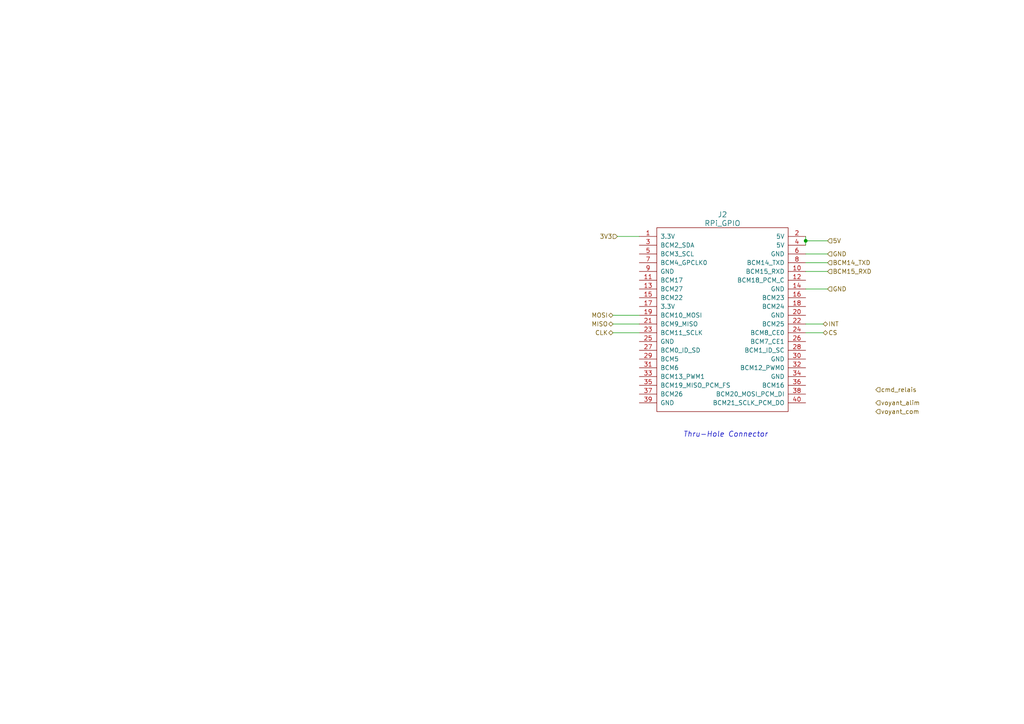
<source format=kicad_sch>
(kicad_sch (version 20211123) (generator eeschema)
  (paper "A4")
  (lib_symbols
    (symbol "RPi_Hat:RPi_GPIO" (pin_names (offset 1.016))
      (property "Reference" "J" (at 19.05 6.35 0))
      (property "Value" "RPi_GPIO" (at 19.05 3.81 0))
      (symbol "RPi_GPIO_0_1"
        (rectangle (start 0 2.54) (end 38.1 -50.8))
      )
      (symbol "RPi_GPIO_1_1"
        (pin power_in line (at -5.08 0 0) (length 5.08) (name "3.3V") (number "1"))
        (pin bidirectional line (at 43.18 -10.16 180) (length 5.08) (name "BCM15_RXD") (number "10"))
        (pin bidirectional line (at -5.08 -12.7 0) (length 5.08) (name "BCM17") (number "11"))
        (pin bidirectional line (at 43.18 -12.7 180) (length 5.08) (name "BCM18_PCM_C") (number "12"))
        (pin bidirectional line (at -5.08 -15.24 0) (length 5.08) (name "BCM27") (number "13"))
        (pin power_in line (at 43.18 -15.24 180) (length 5.08) (name "GND") (number "14"))
        (pin bidirectional line (at -5.08 -17.78 0) (length 5.08) (name "BCM22") (number "15"))
        (pin bidirectional line (at 43.18 -17.78 180) (length 5.08) (name "BCM23") (number "16"))
        (pin power_in line (at -5.08 -20.32 0) (length 5.08) (name "3.3V") (number "17"))
        (pin bidirectional line (at 43.18 -20.32 180) (length 5.08) (name "BCM24") (number "18"))
        (pin bidirectional line (at -5.08 -22.86 0) (length 5.08) (name "BCM10_MOSI") (number "19"))
        (pin power_in line (at 43.18 0 180) (length 5.08) (name "5V") (number "2"))
        (pin power_in line (at 43.18 -22.86 180) (length 5.08) (name "GND") (number "20"))
        (pin bidirectional line (at -5.08 -25.4 0) (length 5.08) (name "BCM9_MISO") (number "21"))
        (pin bidirectional line (at 43.18 -25.4 180) (length 5.08) (name "BCM25") (number "22"))
        (pin bidirectional line (at -5.08 -27.94 0) (length 5.08) (name "BCM11_SCLK") (number "23"))
        (pin bidirectional line (at 43.18 -27.94 180) (length 5.08) (name "BCM8_CE0") (number "24"))
        (pin power_in line (at -5.08 -30.48 0) (length 5.08) (name "GND") (number "25"))
        (pin bidirectional line (at 43.18 -30.48 180) (length 5.08) (name "BCM7_CE1") (number "26"))
        (pin bidirectional line (at -5.08 -33.02 0) (length 5.08) (name "BCM0_ID_SD") (number "27"))
        (pin bidirectional line (at 43.18 -33.02 180) (length 5.08) (name "BCM1_ID_SC") (number "28"))
        (pin bidirectional line (at -5.08 -35.56 0) (length 5.08) (name "BCM5") (number "29"))
        (pin bidirectional line (at -5.08 -2.54 0) (length 5.08) (name "BCM2_SDA") (number "3"))
        (pin power_in line (at 43.18 -35.56 180) (length 5.08) (name "GND") (number "30"))
        (pin bidirectional line (at -5.08 -38.1 0) (length 5.08) (name "BCM6") (number "31"))
        (pin bidirectional line (at 43.18 -38.1 180) (length 5.08) (name "BCM12_PWM0") (number "32"))
        (pin bidirectional line (at -5.08 -40.64 0) (length 5.08) (name "BCM13_PWM1") (number "33"))
        (pin power_in line (at 43.18 -40.64 180) (length 5.08) (name "GND") (number "34"))
        (pin bidirectional line (at -5.08 -43.18 0) (length 5.08) (name "BCM19_MISO_PCM_FS") (number "35"))
        (pin bidirectional line (at 43.18 -43.18 180) (length 5.08) (name "BCM16") (number "36"))
        (pin bidirectional line (at -5.08 -45.72 0) (length 5.08) (name "BCM26") (number "37"))
        (pin bidirectional line (at 43.18 -45.72 180) (length 5.08) (name "BCM20_MOSI_PCM_DI") (number "38"))
        (pin power_in line (at -5.08 -48.26 0) (length 5.08) (name "GND") (number "39"))
        (pin power_in line (at 43.18 -2.54 180) (length 5.08) (name "5V") (number "4"))
        (pin bidirectional line (at 43.18 -48.26 180) (length 5.08) (name "BCM21_SCLK_PCM_DO") (number "40"))
        (pin bidirectional line (at -5.08 -5.08 0) (length 5.08) (name "BCM3_SCL") (number "5"))
        (pin power_in line (at 43.18 -5.08 180) (length 5.08) (name "GND") (number "6"))
        (pin bidirectional line (at -5.08 -7.62 0) (length 5.08) (name "BCM4_GPCLK0") (number "7"))
        (pin bidirectional line (at 43.18 -7.62 180) (length 5.08) (name "BCM14_TXD") (number "8"))
        (pin power_in line (at -5.08 -10.16 0) (length 5.08) (name "GND") (number "9"))
      )
    )
  )
  (junction (at 233.68 69.85))
  (wire (pts (xy 179.07 68.58) (xy 185.42 68.58)))
  (wire (pts (xy 233.68 93.98) (xy 238.76 93.98)))
  (wire (pts (xy 233.68 83.82) (xy 240.03 83.82)))
  (wire (pts (xy 177.8 91.44) (xy 185.42 91.44)))
  (wire (pts (xy 233.68 68.58) (xy 233.68 69.85)))
  (wire (pts (xy 177.8 96.52) (xy 185.42 96.52)))
  (wire (pts (xy 233.68 73.66) (xy 240.03 73.66)))
  (wire (pts (xy 177.8 93.98) (xy 185.42 93.98)))
  (wire (pts (xy 233.68 69.85) (xy 240.03 69.85)))
  (wire (pts (xy 233.68 69.85) (xy 233.68 71.12)))
  (wire (pts (xy 233.68 96.52) (xy 238.76 96.52)))
  (wire (pts (xy 233.68 76.2) (xy 240.03 76.2)))
  (wire (pts (xy 233.68 78.74) (xy 240.03 78.74)))
  (text "Thru-Hole Connector" (at 198.12 127 0) (effects (font (size 1.524 1.524) italic) (justify left bottom)))
  (hierarchical_label "BCM15_RXD" (shape input) (at 240.03 78.74 0))
  (hierarchical_label "GND" (shape input) (at 240.03 83.82 0))
  (hierarchical_label "INT" (shape bidirectional) (at 238.76 93.98 0))
  (hierarchical_label "BCM14_TXD" (shape input) (at 240.03 76.2 0))
  (hierarchical_label "CS" (shape bidirectional) (at 238.76 96.52 0))
  (hierarchical_label "MOSI" (shape bidirectional) (at 177.8 91.44 180))
  (hierarchical_label "GND" (shape input) (at 240.03 73.66 0))
  (hierarchical_label "cmd_relais" (shape input) (at 254 113.03 0))
  (hierarchical_label "CLK" (shape bidirectional) (at 177.8 96.52 180))
  (hierarchical_label "voyant_alim" (shape input) (at 254 116.84 0))
  (hierarchical_label "3V3" (shape input) (at 179.07 68.58 180))
  (hierarchical_label "voyant_com" (shape input) (at 254 119.38 0))
  (hierarchical_label "MISO" (shape bidirectional) (at 177.8 93.98 180))
  (hierarchical_label "5V" (shape input) (at 240.03 69.85 0))
  (symbol (lib_id "RPi_Hat:RPi_GPIO") (at 190.5 68.58 0) (unit 1)
    (property "Reference" "J2" (at 209.55 62.23 0) (effects (font (size 1.524 1.524))))
    (property "Value" "RPi_GPIO" (at 209.55 64.77 0) (effects (font (size 1.524 1.524))))
    (property "Footprint" "RPi_Hat:Pin_Header_Straight_2x20" (effects hide))
  )
)
</source>
